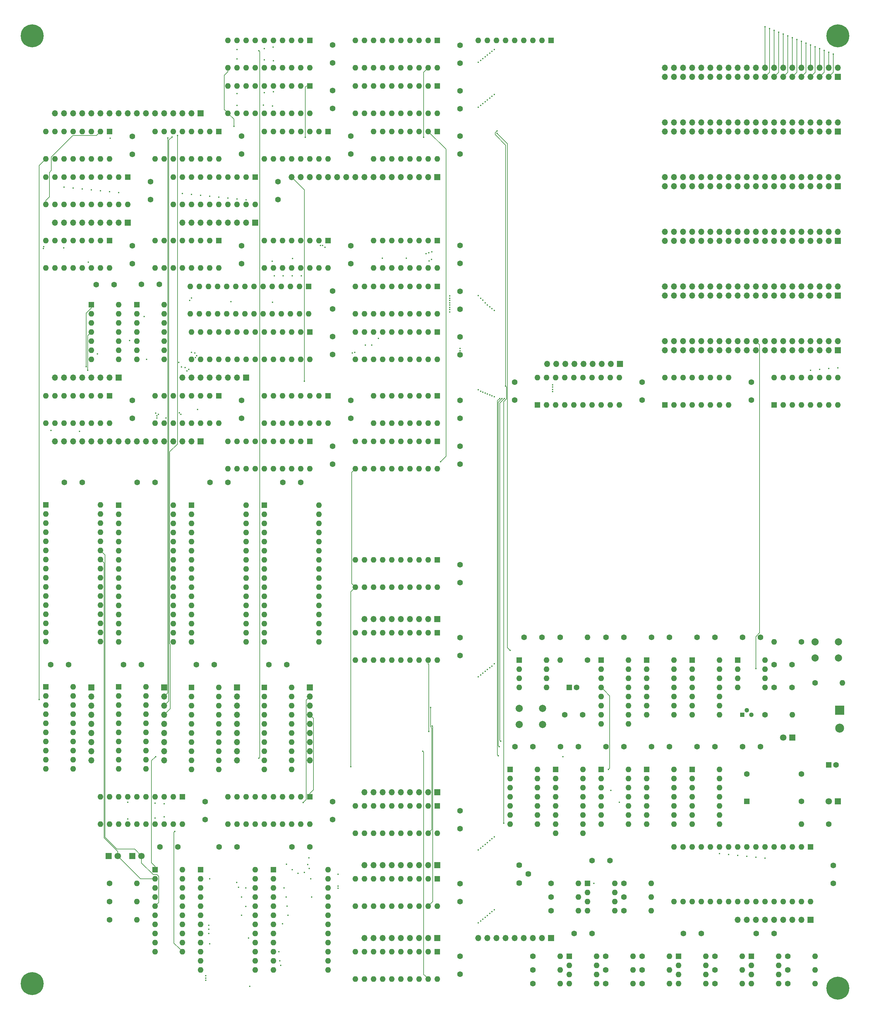
<source format=gbr>
G04 #@! TF.GenerationSoftware,KiCad,Pcbnew,(5.1.0-0)*
G04 #@! TF.CreationDate,2019-10-10T01:34:02-07:00*
G04 #@! TF.ProjectId,MainBoard,4d61696e-426f-4617-9264-2e6b69636164,rev?*
G04 #@! TF.SameCoordinates,Original*
G04 #@! TF.FileFunction,Copper,L4,Inr*
G04 #@! TF.FilePolarity,Positive*
%FSLAX46Y46*%
G04 Gerber Fmt 4.6, Leading zero omitted, Abs format (unit mm)*
G04 Created by KiCad (PCBNEW (5.1.0-0)) date 2019-10-10 01:34:02*
%MOMM*%
%LPD*%
G04 APERTURE LIST*
%ADD10O,1.600000X1.600000*%
%ADD11R,1.600000X1.600000*%
%ADD12O,1.700000X1.700000*%
%ADD13R,1.700000X1.700000*%
%ADD14C,1.600000*%
%ADD15C,2.500000*%
%ADD16R,2.500000X2.500000*%
%ADD17C,6.400000*%
%ADD18R,1.300000X1.300000*%
%ADD19C,1.300000*%
%ADD20C,2.000000*%
%ADD21C,1.620000*%
%ADD22C,1.800000*%
%ADD23R,1.800000X1.800000*%
%ADD24C,0.450000*%
%ADD25C,0.127000*%
G04 APERTURE END LIST*
D10*
X233680000Y-309880000D03*
X218440000Y-337820000D03*
X233680000Y-312420000D03*
X218440000Y-335280000D03*
X233680000Y-314960000D03*
X218440000Y-332740000D03*
X233680000Y-317500000D03*
X218440000Y-330200000D03*
X233680000Y-320040000D03*
X218440000Y-327660000D03*
X233680000Y-322580000D03*
X218440000Y-325120000D03*
X233680000Y-325120000D03*
X218440000Y-322580000D03*
X233680000Y-327660000D03*
X218440000Y-320040000D03*
X233680000Y-330200000D03*
X218440000Y-317500000D03*
X233680000Y-332740000D03*
X218440000Y-314960000D03*
X233680000Y-335280000D03*
X218440000Y-312420000D03*
X233680000Y-337820000D03*
D11*
X218440000Y-309880000D03*
D10*
X254000000Y-309880000D03*
X238760000Y-337820000D03*
X254000000Y-312420000D03*
X238760000Y-335280000D03*
X254000000Y-314960000D03*
X238760000Y-332740000D03*
X254000000Y-317500000D03*
X238760000Y-330200000D03*
X254000000Y-320040000D03*
X238760000Y-327660000D03*
X254000000Y-322580000D03*
X238760000Y-325120000D03*
X254000000Y-325120000D03*
X238760000Y-322580000D03*
X254000000Y-327660000D03*
X238760000Y-320040000D03*
X254000000Y-330200000D03*
X238760000Y-317500000D03*
X254000000Y-332740000D03*
X238760000Y-314960000D03*
X254000000Y-335280000D03*
X238760000Y-312420000D03*
X254000000Y-337820000D03*
D11*
X238760000Y-309880000D03*
D10*
X284480000Y-340360000D03*
X261620000Y-332740000D03*
X281940000Y-340360000D03*
X264160000Y-332740000D03*
X279400000Y-340360000D03*
X266700000Y-332740000D03*
X276860000Y-340360000D03*
X269240000Y-332740000D03*
X274320000Y-340360000D03*
X271780000Y-332740000D03*
X271780000Y-340360000D03*
X274320000Y-332740000D03*
X269240000Y-340360000D03*
X276860000Y-332740000D03*
X266700000Y-340360000D03*
X279400000Y-332740000D03*
X264160000Y-340360000D03*
X281940000Y-332740000D03*
X261620000Y-340360000D03*
D11*
X284480000Y-332740000D03*
D10*
X284480000Y-320040000D03*
X261620000Y-312420000D03*
X281940000Y-320040000D03*
X264160000Y-312420000D03*
X279400000Y-320040000D03*
X266700000Y-312420000D03*
X276860000Y-320040000D03*
X269240000Y-312420000D03*
X274320000Y-320040000D03*
X271780000Y-312420000D03*
X271780000Y-320040000D03*
X274320000Y-312420000D03*
X269240000Y-320040000D03*
X276860000Y-312420000D03*
X266700000Y-320040000D03*
X279400000Y-312420000D03*
X264160000Y-320040000D03*
X281940000Y-312420000D03*
X261620000Y-320040000D03*
D11*
X284480000Y-312420000D03*
D10*
X284480000Y-299720000D03*
X261620000Y-292100000D03*
X281940000Y-299720000D03*
X264160000Y-292100000D03*
X279400000Y-299720000D03*
X266700000Y-292100000D03*
X276860000Y-299720000D03*
X269240000Y-292100000D03*
X274320000Y-299720000D03*
X271780000Y-292100000D03*
X271780000Y-299720000D03*
X274320000Y-292100000D03*
X269240000Y-299720000D03*
X276860000Y-292100000D03*
X266700000Y-299720000D03*
X279400000Y-292100000D03*
X264160000Y-299720000D03*
X281940000Y-292100000D03*
X261620000Y-299720000D03*
D11*
X284480000Y-292100000D03*
D10*
X284480000Y-251460000D03*
X261620000Y-243840000D03*
X281940000Y-251460000D03*
X264160000Y-243840000D03*
X279400000Y-251460000D03*
X266700000Y-243840000D03*
X276860000Y-251460000D03*
X269240000Y-243840000D03*
X274320000Y-251460000D03*
X271780000Y-243840000D03*
X271780000Y-251460000D03*
X274320000Y-243840000D03*
X269240000Y-251460000D03*
X276860000Y-243840000D03*
X266700000Y-251460000D03*
X279400000Y-243840000D03*
X264160000Y-251460000D03*
X281940000Y-243840000D03*
X261620000Y-251460000D03*
D11*
X284480000Y-243840000D03*
D10*
X284480000Y-154940000D03*
X261620000Y-147320000D03*
X281940000Y-154940000D03*
X264160000Y-147320000D03*
X279400000Y-154940000D03*
X266700000Y-147320000D03*
X276860000Y-154940000D03*
X269240000Y-147320000D03*
X274320000Y-154940000D03*
X271780000Y-147320000D03*
X271780000Y-154940000D03*
X274320000Y-147320000D03*
X269240000Y-154940000D03*
X276860000Y-147320000D03*
X266700000Y-154940000D03*
X279400000Y-147320000D03*
X264160000Y-154940000D03*
X281940000Y-147320000D03*
X261620000Y-154940000D03*
D11*
X284480000Y-147320000D03*
D10*
X284480000Y-167640000D03*
X261620000Y-160020000D03*
X281940000Y-167640000D03*
X264160000Y-160020000D03*
X279400000Y-167640000D03*
X266700000Y-160020000D03*
X276860000Y-167640000D03*
X269240000Y-160020000D03*
X274320000Y-167640000D03*
X271780000Y-160020000D03*
X271780000Y-167640000D03*
X274320000Y-160020000D03*
X269240000Y-167640000D03*
X276860000Y-160020000D03*
X266700000Y-167640000D03*
X279400000Y-160020000D03*
X264160000Y-167640000D03*
X281940000Y-160020000D03*
X261620000Y-167640000D03*
D11*
X284480000Y-160020000D03*
D10*
X248615800Y-154940000D03*
X215595800Y-147320000D03*
X246075800Y-154940000D03*
X218135800Y-147320000D03*
X243535800Y-154940000D03*
X220675800Y-147320000D03*
X240995800Y-154940000D03*
X223215800Y-147320000D03*
X238455800Y-154940000D03*
X225755800Y-147320000D03*
X235915800Y-154940000D03*
X228295800Y-147320000D03*
X233375800Y-154940000D03*
X230835800Y-147320000D03*
X230835800Y-154940000D03*
X233375800Y-147320000D03*
X228295800Y-154940000D03*
X235915800Y-147320000D03*
X225755800Y-154940000D03*
X238455800Y-147320000D03*
X223215800Y-154940000D03*
X240995800Y-147320000D03*
X220675800Y-154940000D03*
X243535800Y-147320000D03*
X218135800Y-154940000D03*
X246075800Y-147320000D03*
X215595800Y-154940000D03*
D11*
X248615800Y-147320000D03*
D10*
X248920000Y-167640000D03*
X215900000Y-160020000D03*
X246380000Y-167640000D03*
X218440000Y-160020000D03*
X243840000Y-167640000D03*
X220980000Y-160020000D03*
X241300000Y-167640000D03*
X223520000Y-160020000D03*
X238760000Y-167640000D03*
X226060000Y-160020000D03*
X236220000Y-167640000D03*
X228600000Y-160020000D03*
X233680000Y-167640000D03*
X231140000Y-160020000D03*
X231140000Y-167640000D03*
X233680000Y-160020000D03*
X228600000Y-167640000D03*
X236220000Y-160020000D03*
X226060000Y-167640000D03*
X238760000Y-160020000D03*
X223520000Y-167640000D03*
X241300000Y-160020000D03*
X220980000Y-167640000D03*
X243840000Y-160020000D03*
X218440000Y-167640000D03*
X246380000Y-160020000D03*
X215900000Y-167640000D03*
D11*
X248920000Y-160020000D03*
D10*
X284480000Y-99060000D03*
X261620000Y-91440000D03*
X281940000Y-99060000D03*
X264160000Y-91440000D03*
X279400000Y-99060000D03*
X266700000Y-91440000D03*
X276860000Y-99060000D03*
X269240000Y-91440000D03*
X274320000Y-99060000D03*
X271780000Y-91440000D03*
X271780000Y-99060000D03*
X274320000Y-91440000D03*
X269240000Y-99060000D03*
X276860000Y-91440000D03*
X266700000Y-99060000D03*
X279400000Y-91440000D03*
X264160000Y-99060000D03*
X281940000Y-91440000D03*
X261620000Y-99060000D03*
D11*
X284480000Y-91440000D03*
D10*
X284480000Y-86360000D03*
X261620000Y-78740000D03*
X281940000Y-86360000D03*
X264160000Y-78740000D03*
X279400000Y-86360000D03*
X266700000Y-78740000D03*
X276860000Y-86360000D03*
X269240000Y-78740000D03*
X274320000Y-86360000D03*
X271780000Y-78740000D03*
X271780000Y-86360000D03*
X274320000Y-78740000D03*
X269240000Y-86360000D03*
X276860000Y-78740000D03*
X266700000Y-86360000D03*
X279400000Y-78740000D03*
X264160000Y-86360000D03*
X281940000Y-78740000D03*
X261620000Y-86360000D03*
D11*
X284480000Y-78740000D03*
D12*
X248920000Y-279400000D03*
X248920000Y-276860000D03*
X248920000Y-274320000D03*
X248920000Y-271780000D03*
X248920000Y-269240000D03*
X248920000Y-266700000D03*
X248920000Y-264160000D03*
X248920000Y-261620000D03*
D13*
X248920000Y-259080000D03*
D12*
X228600000Y-279400000D03*
X228600000Y-276860000D03*
X228600000Y-274320000D03*
X228600000Y-271780000D03*
X228600000Y-269240000D03*
X228600000Y-266700000D03*
X228600000Y-264160000D03*
X228600000Y-261620000D03*
D13*
X228600000Y-259080000D03*
D12*
X208280000Y-279400000D03*
X208280000Y-276860000D03*
X208280000Y-274320000D03*
X208280000Y-271780000D03*
X208280000Y-269240000D03*
X208280000Y-266700000D03*
X208280000Y-264160000D03*
X208280000Y-261620000D03*
D13*
X208280000Y-259080000D03*
D12*
X187960000Y-279400000D03*
X187960000Y-276860000D03*
X187960000Y-274320000D03*
X187960000Y-271780000D03*
X187960000Y-269240000D03*
X187960000Y-266700000D03*
X187960000Y-264160000D03*
X187960000Y-261620000D03*
D13*
X187960000Y-259080000D03*
D10*
X203200000Y-258922000D03*
X195580000Y-281782000D03*
X203200000Y-261462000D03*
X195580000Y-279242000D03*
X203200000Y-264002000D03*
X195580000Y-276702000D03*
X203200000Y-266542000D03*
X195580000Y-274162000D03*
X203200000Y-269082000D03*
X195580000Y-271622000D03*
X203200000Y-271622000D03*
X195580000Y-269082000D03*
X203200000Y-274162000D03*
X195580000Y-266542000D03*
X203200000Y-276702000D03*
X195580000Y-264002000D03*
X203200000Y-279242000D03*
X195580000Y-261462000D03*
X203200000Y-281782000D03*
D11*
X195580000Y-258922000D03*
D10*
X182880000Y-258922000D03*
X175260000Y-281782000D03*
X182880000Y-261462000D03*
X175260000Y-279242000D03*
X182880000Y-264002000D03*
X175260000Y-276702000D03*
X182880000Y-266542000D03*
X175260000Y-274162000D03*
X182880000Y-269082000D03*
X175260000Y-271622000D03*
X182880000Y-271622000D03*
X175260000Y-269082000D03*
X182880000Y-274162000D03*
X175260000Y-266542000D03*
X182880000Y-276702000D03*
X175260000Y-264002000D03*
X182880000Y-279242000D03*
X175260000Y-261462000D03*
X182880000Y-281782000D03*
D11*
X175260000Y-258922000D03*
D10*
X210820000Y-208280000D03*
X195580000Y-246380000D03*
X210820000Y-210820000D03*
X195580000Y-243840000D03*
X210820000Y-213360000D03*
X195580000Y-241300000D03*
X210820000Y-215900000D03*
X195580000Y-238760000D03*
X210820000Y-218440000D03*
X195580000Y-236220000D03*
X210820000Y-220980000D03*
X195580000Y-233680000D03*
X210820000Y-223520000D03*
X195580000Y-231140000D03*
X210820000Y-226060000D03*
X195580000Y-228600000D03*
X210820000Y-228600000D03*
X195580000Y-226060000D03*
X210820000Y-231140000D03*
X195580000Y-223520000D03*
X210820000Y-233680000D03*
X195580000Y-220980000D03*
X210820000Y-236220000D03*
X195580000Y-218440000D03*
X210820000Y-238760000D03*
X195580000Y-215900000D03*
X210820000Y-241300000D03*
X195580000Y-213360000D03*
X210820000Y-243840000D03*
X195580000Y-210820000D03*
X210820000Y-246380000D03*
D11*
X195580000Y-208280000D03*
D10*
X190500000Y-208172000D03*
X175260000Y-246272000D03*
X190500000Y-210712000D03*
X175260000Y-243732000D03*
X190500000Y-213252000D03*
X175260000Y-241192000D03*
X190500000Y-215792000D03*
X175260000Y-238652000D03*
X190500000Y-218332000D03*
X175260000Y-236112000D03*
X190500000Y-220872000D03*
X175260000Y-233572000D03*
X190500000Y-223412000D03*
X175260000Y-231032000D03*
X190500000Y-225952000D03*
X175260000Y-228492000D03*
X190500000Y-228492000D03*
X175260000Y-225952000D03*
X190500000Y-231032000D03*
X175260000Y-223412000D03*
X190500000Y-233572000D03*
X175260000Y-220872000D03*
X190500000Y-236112000D03*
X175260000Y-218332000D03*
X190500000Y-238652000D03*
X175260000Y-215792000D03*
X190500000Y-241192000D03*
X175260000Y-213252000D03*
X190500000Y-243732000D03*
X175260000Y-210712000D03*
X190500000Y-246272000D03*
D11*
X175260000Y-208172000D03*
D14*
X180420000Y-201930000D03*
X185420000Y-201930000D03*
X196930000Y-252730000D03*
X201930000Y-252730000D03*
X176610000Y-252730000D03*
X181610000Y-252730000D03*
X200740000Y-201930000D03*
X205740000Y-201930000D03*
D10*
X378460000Y-172720000D03*
X396240000Y-180340000D03*
X381000000Y-172720000D03*
X393700000Y-180340000D03*
X383540000Y-172720000D03*
X391160000Y-180340000D03*
X386080000Y-172720000D03*
X388620000Y-180340000D03*
X388620000Y-172720000D03*
X386080000Y-180340000D03*
X391160000Y-172720000D03*
X383540000Y-180340000D03*
X393700000Y-172720000D03*
X381000000Y-180340000D03*
X396240000Y-172720000D03*
D11*
X378460000Y-180340000D03*
D15*
X396748000Y-270430000D03*
D16*
X396748000Y-265430000D03*
D17*
X396240000Y-342900000D03*
X396240000Y-77470000D03*
X171450000Y-341630000D03*
X171450000Y-77470000D03*
D10*
X208280000Y-152400000D03*
X200660000Y-167640000D03*
X208280000Y-154940000D03*
X200660000Y-165100000D03*
X208280000Y-157480000D03*
X200660000Y-162560000D03*
X208280000Y-160020000D03*
X200660000Y-160020000D03*
X208280000Y-162560000D03*
X200660000Y-157480000D03*
X208280000Y-165100000D03*
X200660000Y-154940000D03*
X208280000Y-167640000D03*
D11*
X200660000Y-152400000D03*
D10*
X195580000Y-152400000D03*
X187960000Y-167640000D03*
X195580000Y-154940000D03*
X187960000Y-165100000D03*
X195580000Y-157480000D03*
X187960000Y-162560000D03*
X195580000Y-160020000D03*
X187960000Y-160020000D03*
X195580000Y-162560000D03*
X187960000Y-157480000D03*
X195580000Y-165100000D03*
X187960000Y-154940000D03*
X195580000Y-167640000D03*
D11*
X187960000Y-152400000D03*
D14*
X290830000Y-148670000D03*
X290830000Y-153670000D03*
X372110000Y-178990000D03*
X372110000Y-173990000D03*
D12*
X347980000Y-116840000D03*
X347980000Y-119380000D03*
X350520000Y-116840000D03*
X350520000Y-119380000D03*
X353060000Y-116840000D03*
X353060000Y-119380000D03*
X355600000Y-116840000D03*
X355600000Y-119380000D03*
X358140000Y-116840000D03*
X358140000Y-119380000D03*
X360680000Y-116840000D03*
X360680000Y-119380000D03*
X363220000Y-116840000D03*
X363220000Y-119380000D03*
X365760000Y-116840000D03*
X365760000Y-119380000D03*
X368300000Y-116840000D03*
X368300000Y-119380000D03*
X370840000Y-116840000D03*
X370840000Y-119380000D03*
X373380000Y-116840000D03*
X373380000Y-119380000D03*
X375920000Y-116840000D03*
X375920000Y-119380000D03*
X378460000Y-116840000D03*
X378460000Y-119380000D03*
X381000000Y-116840000D03*
X381000000Y-119380000D03*
X383540000Y-116840000D03*
X383540000Y-119380000D03*
X386080000Y-116840000D03*
X386080000Y-119380000D03*
X388620000Y-116840000D03*
X388620000Y-119380000D03*
X391160000Y-116840000D03*
X391160000Y-119380000D03*
X393700000Y-116840000D03*
X393700000Y-119380000D03*
X396240000Y-116840000D03*
D13*
X396240000Y-119380000D03*
D12*
X347980000Y-147320000D03*
X347980000Y-149860000D03*
X350520000Y-147320000D03*
X350520000Y-149860000D03*
X353060000Y-147320000D03*
X353060000Y-149860000D03*
X355600000Y-147320000D03*
X355600000Y-149860000D03*
X358140000Y-147320000D03*
X358140000Y-149860000D03*
X360680000Y-147320000D03*
X360680000Y-149860000D03*
X363220000Y-147320000D03*
X363220000Y-149860000D03*
X365760000Y-147320000D03*
X365760000Y-149860000D03*
X368300000Y-147320000D03*
X368300000Y-149860000D03*
X370840000Y-147320000D03*
X370840000Y-149860000D03*
X373380000Y-147320000D03*
X373380000Y-149860000D03*
X375920000Y-147320000D03*
X375920000Y-149860000D03*
X378460000Y-147320000D03*
X378460000Y-149860000D03*
X381000000Y-147320000D03*
X381000000Y-149860000D03*
X383540000Y-147320000D03*
X383540000Y-149860000D03*
X386080000Y-147320000D03*
X386080000Y-149860000D03*
X388620000Y-147320000D03*
X388620000Y-149860000D03*
X391160000Y-147320000D03*
X391160000Y-149860000D03*
X393700000Y-147320000D03*
X393700000Y-149860000D03*
X396240000Y-147320000D03*
D13*
X396240000Y-149860000D03*
D12*
X347980000Y-86360000D03*
X347980000Y-88900000D03*
X350520000Y-86360000D03*
X350520000Y-88900000D03*
X353060000Y-86360000D03*
X353060000Y-88900000D03*
X355600000Y-86360000D03*
X355600000Y-88900000D03*
X358140000Y-86360000D03*
X358140000Y-88900000D03*
X360680000Y-86360000D03*
X360680000Y-88900000D03*
X363220000Y-86360000D03*
X363220000Y-88900000D03*
X365760000Y-86360000D03*
X365760000Y-88900000D03*
X368300000Y-86360000D03*
X368300000Y-88900000D03*
X370840000Y-86360000D03*
X370840000Y-88900000D03*
X373380000Y-86360000D03*
X373380000Y-88900000D03*
X375920000Y-86360000D03*
X375920000Y-88900000D03*
X378460000Y-86360000D03*
X378460000Y-88900000D03*
X381000000Y-86360000D03*
X381000000Y-88900000D03*
X383540000Y-86360000D03*
X383540000Y-88900000D03*
X386080000Y-86360000D03*
X386080000Y-88900000D03*
X388620000Y-86360000D03*
X388620000Y-88900000D03*
X391160000Y-86360000D03*
X391160000Y-88900000D03*
X393700000Y-86360000D03*
X393700000Y-88900000D03*
X396240000Y-86360000D03*
D13*
X396240000Y-88900000D03*
D12*
X347980000Y-162560000D03*
X347980000Y-165100000D03*
X350520000Y-162560000D03*
X350520000Y-165100000D03*
X353060000Y-162560000D03*
X353060000Y-165100000D03*
X355600000Y-162560000D03*
X355600000Y-165100000D03*
X358140000Y-162560000D03*
X358140000Y-165100000D03*
X360680000Y-162560000D03*
X360680000Y-165100000D03*
X363220000Y-162560000D03*
X363220000Y-165100000D03*
X365760000Y-162560000D03*
X365760000Y-165100000D03*
X368300000Y-162560000D03*
X368300000Y-165100000D03*
X370840000Y-162560000D03*
X370840000Y-165100000D03*
X373380000Y-162560000D03*
X373380000Y-165100000D03*
X375920000Y-162560000D03*
X375920000Y-165100000D03*
X378460000Y-162560000D03*
X378460000Y-165100000D03*
X381000000Y-162560000D03*
X381000000Y-165100000D03*
X383540000Y-162560000D03*
X383540000Y-165100000D03*
X386080000Y-162560000D03*
X386080000Y-165100000D03*
X388620000Y-162560000D03*
X388620000Y-165100000D03*
X391160000Y-162560000D03*
X391160000Y-165100000D03*
X393700000Y-162560000D03*
X393700000Y-165100000D03*
X396240000Y-162560000D03*
D13*
X396240000Y-165100000D03*
D12*
X347980000Y-132080000D03*
X347980000Y-134620000D03*
X350520000Y-132080000D03*
X350520000Y-134620000D03*
X353060000Y-132080000D03*
X353060000Y-134620000D03*
X355600000Y-132080000D03*
X355600000Y-134620000D03*
X358140000Y-132080000D03*
X358140000Y-134620000D03*
X360680000Y-132080000D03*
X360680000Y-134620000D03*
X363220000Y-132080000D03*
X363220000Y-134620000D03*
X365760000Y-132080000D03*
X365760000Y-134620000D03*
X368300000Y-132080000D03*
X368300000Y-134620000D03*
X370840000Y-132080000D03*
X370840000Y-134620000D03*
X373380000Y-132080000D03*
X373380000Y-134620000D03*
X375920000Y-132080000D03*
X375920000Y-134620000D03*
X378460000Y-132080000D03*
X378460000Y-134620000D03*
X381000000Y-132080000D03*
X381000000Y-134620000D03*
X383540000Y-132080000D03*
X383540000Y-134620000D03*
X386080000Y-132080000D03*
X386080000Y-134620000D03*
X388620000Y-132080000D03*
X388620000Y-134620000D03*
X391160000Y-132080000D03*
X391160000Y-134620000D03*
X393700000Y-132080000D03*
X393700000Y-134620000D03*
X396240000Y-132080000D03*
D13*
X396240000Y-134620000D03*
D12*
X347980000Y-101600000D03*
X347980000Y-104140000D03*
X350520000Y-101600000D03*
X350520000Y-104140000D03*
X353060000Y-101600000D03*
X353060000Y-104140000D03*
X355600000Y-101600000D03*
X355600000Y-104140000D03*
X358140000Y-101600000D03*
X358140000Y-104140000D03*
X360680000Y-101600000D03*
X360680000Y-104140000D03*
X363220000Y-101600000D03*
X363220000Y-104140000D03*
X365760000Y-101600000D03*
X365760000Y-104140000D03*
X368300000Y-101600000D03*
X368300000Y-104140000D03*
X370840000Y-101600000D03*
X370840000Y-104140000D03*
X373380000Y-101600000D03*
X373380000Y-104140000D03*
X375920000Y-101600000D03*
X375920000Y-104140000D03*
X378460000Y-101600000D03*
X378460000Y-104140000D03*
X381000000Y-101600000D03*
X381000000Y-104140000D03*
X383540000Y-101600000D03*
X383540000Y-104140000D03*
X386080000Y-101600000D03*
X386080000Y-104140000D03*
X388620000Y-101600000D03*
X388620000Y-104140000D03*
X391160000Y-101600000D03*
X391160000Y-104140000D03*
X393700000Y-101600000D03*
X393700000Y-104140000D03*
X396240000Y-101600000D03*
D13*
X396240000Y-104140000D03*
D10*
X243835800Y-259080000D03*
X236215800Y-281940000D03*
X243835800Y-261620000D03*
X236215800Y-279400000D03*
X243835800Y-264160000D03*
X236215800Y-276860000D03*
X243835800Y-266700000D03*
X236215800Y-274320000D03*
X243835800Y-269240000D03*
X236215800Y-271780000D03*
X243835800Y-271780000D03*
X236215800Y-269240000D03*
X243835800Y-274320000D03*
X236215800Y-266700000D03*
X243835800Y-276860000D03*
X236215800Y-264160000D03*
X243835800Y-279400000D03*
X236215800Y-261620000D03*
X243835800Y-281940000D03*
D11*
X236215800Y-259080000D03*
D14*
X369650000Y-245110000D03*
X374650000Y-245110000D03*
X386080000Y-290830000D03*
X386080000Y-283210000D03*
X370840000Y-283210000D03*
D11*
X370840000Y-290830000D03*
D10*
X383540000Y-266700000D03*
D14*
X375920000Y-266700000D03*
D10*
X378460000Y-246380000D03*
D14*
X386080000Y-246380000D03*
D10*
X397510000Y-257810000D03*
D14*
X389890000Y-257810000D03*
X383460000Y-252730000D03*
X378460000Y-252730000D03*
X383460000Y-259080000D03*
X378460000Y-259080000D03*
D10*
X318770000Y-251460000D03*
D14*
X326390000Y-251460000D03*
D10*
X326390000Y-245110000D03*
D14*
X318770000Y-245110000D03*
X325040000Y-266700000D03*
X320040000Y-266700000D03*
X323310000Y-259080000D03*
D11*
X321310000Y-259080000D03*
D10*
X251460000Y-208280000D03*
X236220000Y-246380000D03*
X251460000Y-210820000D03*
X236220000Y-243840000D03*
X251460000Y-213360000D03*
X236220000Y-241300000D03*
X251460000Y-215900000D03*
X236220000Y-238760000D03*
X251460000Y-218440000D03*
X236220000Y-236220000D03*
X251460000Y-220980000D03*
X236220000Y-233680000D03*
X251460000Y-223520000D03*
X236220000Y-231140000D03*
X251460000Y-226060000D03*
X236220000Y-228600000D03*
X251460000Y-228600000D03*
X236220000Y-226060000D03*
X251460000Y-231140000D03*
X236220000Y-223520000D03*
X251460000Y-233680000D03*
X236220000Y-220980000D03*
X251460000Y-236220000D03*
X236220000Y-218440000D03*
X251460000Y-238760000D03*
X236220000Y-215900000D03*
X251460000Y-241300000D03*
X236220000Y-213360000D03*
X251460000Y-243840000D03*
X236220000Y-210820000D03*
X251460000Y-246380000D03*
D11*
X236220000Y-208280000D03*
D10*
X248920000Y-86360000D03*
X226060000Y-78740000D03*
X246380000Y-86360000D03*
X228600000Y-78740000D03*
X243840000Y-86360000D03*
X231140000Y-78740000D03*
X241300000Y-86360000D03*
X233680000Y-78740000D03*
X238760000Y-86360000D03*
X236220000Y-78740000D03*
X236220000Y-86360000D03*
X238760000Y-78740000D03*
X233680000Y-86360000D03*
X241300000Y-78740000D03*
X231140000Y-86360000D03*
X243840000Y-78740000D03*
X228600000Y-86360000D03*
X246380000Y-78740000D03*
X226060000Y-86360000D03*
D11*
X248920000Y-78740000D03*
D12*
X177800000Y-172720000D03*
X180340000Y-172720000D03*
X182880000Y-172720000D03*
X185420000Y-172720000D03*
X187960000Y-172720000D03*
X190500000Y-172720000D03*
X193040000Y-172720000D03*
D13*
X195580000Y-172720000D03*
D12*
X213360000Y-172720000D03*
X215900000Y-172720000D03*
X218440000Y-172720000D03*
X220980000Y-172720000D03*
X223520000Y-172720000D03*
X226060000Y-172720000D03*
X228600000Y-172720000D03*
D13*
X231140000Y-172720000D03*
D12*
X177800000Y-129540000D03*
X180340000Y-129540000D03*
X182880000Y-129540000D03*
X185420000Y-129540000D03*
X187960000Y-129540000D03*
X190500000Y-129540000D03*
X193040000Y-129540000D03*
X195580000Y-129540000D03*
D13*
X198120000Y-129540000D03*
D12*
X213360000Y-129540000D03*
X215900000Y-129540000D03*
X218440000Y-129540000D03*
X220980000Y-129540000D03*
X223520000Y-129540000D03*
X226060000Y-129540000D03*
X228600000Y-129540000D03*
X231140000Y-129540000D03*
D13*
X233680000Y-129540000D03*
D10*
X213360000Y-309880000D03*
X205740000Y-332740000D03*
X213360000Y-312420000D03*
X205740000Y-330200000D03*
X213360000Y-314960000D03*
X205740000Y-327660000D03*
X213360000Y-317500000D03*
X205740000Y-325120000D03*
X213360000Y-320040000D03*
X205740000Y-322580000D03*
X213360000Y-322580000D03*
X205740000Y-320040000D03*
X213360000Y-325120000D03*
X205740000Y-317500000D03*
X213360000Y-327660000D03*
X205740000Y-314960000D03*
X213360000Y-330200000D03*
X205740000Y-312420000D03*
X213360000Y-332740000D03*
D11*
X205740000Y-309880000D03*
D10*
X248920000Y-297180000D03*
X226060000Y-289560000D03*
X246380000Y-297180000D03*
X228600000Y-289560000D03*
X243840000Y-297180000D03*
X231140000Y-289560000D03*
X241300000Y-297180000D03*
X233680000Y-289560000D03*
X238760000Y-297180000D03*
X236220000Y-289560000D03*
X236220000Y-297180000D03*
X238760000Y-289560000D03*
X233680000Y-297180000D03*
X241300000Y-289560000D03*
X231140000Y-297180000D03*
X243840000Y-289560000D03*
X228600000Y-297180000D03*
X246380000Y-289560000D03*
X226060000Y-297180000D03*
D11*
X248920000Y-289560000D03*
D10*
X213360000Y-297180000D03*
X190500000Y-289560000D03*
X210820000Y-297180000D03*
X193040000Y-289560000D03*
X208280000Y-297180000D03*
X195580000Y-289560000D03*
X205740000Y-297180000D03*
X198120000Y-289560000D03*
X203200000Y-297180000D03*
X200660000Y-289560000D03*
X200660000Y-297180000D03*
X203200000Y-289560000D03*
X198120000Y-297180000D03*
X205740000Y-289560000D03*
X195580000Y-297180000D03*
X208280000Y-289560000D03*
X193040000Y-297180000D03*
X210820000Y-289560000D03*
X190500000Y-297180000D03*
D11*
X213360000Y-289560000D03*
D10*
X337820000Y-251460000D03*
X330200000Y-269240000D03*
X337820000Y-254000000D03*
X330200000Y-266700000D03*
X337820000Y-256540000D03*
X330200000Y-264160000D03*
X337820000Y-259080000D03*
X330200000Y-261620000D03*
X337820000Y-261620000D03*
X330200000Y-259080000D03*
X337820000Y-264160000D03*
X330200000Y-256540000D03*
X337820000Y-266700000D03*
X330200000Y-254000000D03*
X337820000Y-269240000D03*
D11*
X330200000Y-251460000D03*
D10*
X350520000Y-251460000D03*
X342900000Y-266700000D03*
X350520000Y-254000000D03*
X342900000Y-264160000D03*
X350520000Y-256540000D03*
X342900000Y-261620000D03*
X350520000Y-259080000D03*
X342900000Y-259080000D03*
X350520000Y-261620000D03*
X342900000Y-256540000D03*
X350520000Y-264160000D03*
X342900000Y-254000000D03*
X350520000Y-266700000D03*
D11*
X342900000Y-251460000D03*
D10*
X363220000Y-251460000D03*
X355600000Y-266700000D03*
X363220000Y-254000000D03*
X355600000Y-264160000D03*
X363220000Y-256540000D03*
X355600000Y-261620000D03*
X363220000Y-259080000D03*
X355600000Y-259080000D03*
X363220000Y-261620000D03*
X355600000Y-256540000D03*
X363220000Y-264160000D03*
X355600000Y-254000000D03*
X363220000Y-266700000D03*
D11*
X355600000Y-251460000D03*
D18*
X369570000Y-266700000D03*
D19*
X372110000Y-266700000D03*
X370840000Y-265430000D03*
D10*
X375920000Y-251460000D03*
X368300000Y-259080000D03*
X375920000Y-254000000D03*
X368300000Y-256540000D03*
X375920000Y-256540000D03*
X368300000Y-254000000D03*
X375920000Y-259080000D03*
D11*
X368300000Y-251460000D03*
D10*
X337820000Y-281940000D03*
X330200000Y-297180000D03*
X337820000Y-284480000D03*
X330200000Y-294640000D03*
X337820000Y-287020000D03*
X330200000Y-292100000D03*
X337820000Y-289560000D03*
X330200000Y-289560000D03*
X337820000Y-292100000D03*
X330200000Y-287020000D03*
X337820000Y-294640000D03*
X330200000Y-284480000D03*
X337820000Y-297180000D03*
D11*
X330200000Y-281940000D03*
D10*
X350520000Y-281940000D03*
X342900000Y-297180000D03*
X350520000Y-284480000D03*
X342900000Y-294640000D03*
X350520000Y-287020000D03*
X342900000Y-292100000D03*
X350520000Y-289560000D03*
X342900000Y-289560000D03*
X350520000Y-292100000D03*
X342900000Y-287020000D03*
X350520000Y-294640000D03*
X342900000Y-284480000D03*
X350520000Y-297180000D03*
D11*
X342900000Y-281940000D03*
D10*
X325120000Y-281940000D03*
X317500000Y-299720000D03*
X325120000Y-284480000D03*
X317500000Y-297180000D03*
X325120000Y-287020000D03*
X317500000Y-294640000D03*
X325120000Y-289560000D03*
X317500000Y-292100000D03*
X325120000Y-292100000D03*
X317500000Y-289560000D03*
X325120000Y-294640000D03*
X317500000Y-287020000D03*
X325120000Y-297180000D03*
X317500000Y-284480000D03*
X325120000Y-299720000D03*
D11*
X317500000Y-281940000D03*
D10*
X363220000Y-281940000D03*
X355600000Y-297180000D03*
X363220000Y-284480000D03*
X355600000Y-294640000D03*
X363220000Y-287020000D03*
X355600000Y-292100000D03*
X363220000Y-289560000D03*
X355600000Y-289560000D03*
X363220000Y-292100000D03*
X355600000Y-287020000D03*
X363220000Y-294640000D03*
X355600000Y-284480000D03*
X363220000Y-297180000D03*
D11*
X355600000Y-281940000D03*
D10*
X314960000Y-251460000D03*
X307340000Y-259080000D03*
X314960000Y-254000000D03*
X307340000Y-256540000D03*
X314960000Y-256540000D03*
X307340000Y-254000000D03*
X314960000Y-259080000D03*
D11*
X307340000Y-251460000D03*
D10*
X312420000Y-281940000D03*
X304800000Y-297180000D03*
X312420000Y-284480000D03*
X304800000Y-294640000D03*
X312420000Y-287020000D03*
X304800000Y-292100000D03*
X312420000Y-289560000D03*
X304800000Y-289560000D03*
X312420000Y-292100000D03*
X304800000Y-287020000D03*
X312420000Y-294640000D03*
X304800000Y-284480000D03*
X312420000Y-297180000D03*
D11*
X304800000Y-281940000D03*
D10*
X379730000Y-334010000D03*
X372110000Y-341630000D03*
X379730000Y-336550000D03*
X372110000Y-339090000D03*
X379730000Y-339090000D03*
X372110000Y-336550000D03*
X379730000Y-341630000D03*
D11*
X372110000Y-334010000D03*
D10*
X359410000Y-334010000D03*
X351790000Y-341630000D03*
X359410000Y-336550000D03*
X351790000Y-339090000D03*
X359410000Y-339090000D03*
X351790000Y-336550000D03*
X359410000Y-341630000D03*
D11*
X351790000Y-334010000D03*
D10*
X388616200Y-318768200D03*
X350516200Y-303528200D03*
X386076200Y-318768200D03*
X353056200Y-303528200D03*
X383536200Y-318768200D03*
X355596200Y-303528200D03*
X380996200Y-318768200D03*
X358136200Y-303528200D03*
X378456200Y-318768200D03*
X360676200Y-303528200D03*
X375916200Y-318768200D03*
X363216200Y-303528200D03*
X373376200Y-318768200D03*
X365756200Y-303528200D03*
X370836200Y-318768200D03*
X368296200Y-303528200D03*
X368296200Y-318768200D03*
X370836200Y-303528200D03*
X365756200Y-318768200D03*
X373376200Y-303528200D03*
X363216200Y-318768200D03*
X375916200Y-303528200D03*
X360676200Y-318768200D03*
X378456200Y-303528200D03*
X358136200Y-318768200D03*
X380996200Y-303528200D03*
X355596200Y-318768200D03*
X383536200Y-303528200D03*
X353056200Y-318768200D03*
X386076200Y-303528200D03*
X350516200Y-318768200D03*
D11*
X388616200Y-303528200D03*
D10*
X328930000Y-334010000D03*
X321310000Y-341630000D03*
X328930000Y-336550000D03*
X321310000Y-339090000D03*
X328930000Y-339090000D03*
X321310000Y-336550000D03*
X328930000Y-341630000D03*
D11*
X321310000Y-334010000D03*
D10*
X334010000Y-313690000D03*
X326390000Y-321310000D03*
X334010000Y-316230000D03*
X326390000Y-318770000D03*
X334010000Y-318770000D03*
X326390000Y-316230000D03*
X334010000Y-321310000D03*
D11*
X326390000Y-313690000D03*
D10*
X284489000Y-231135800D03*
X261629000Y-223515800D03*
X281949000Y-231135800D03*
X264169000Y-223515800D03*
X279409000Y-231135800D03*
X266709000Y-223515800D03*
X276869000Y-231135800D03*
X269249000Y-223515800D03*
X274329000Y-231135800D03*
X271789000Y-223515800D03*
X271789000Y-231135800D03*
X274329000Y-223515800D03*
X269249000Y-231135800D03*
X276869000Y-223515800D03*
X266709000Y-231135800D03*
X279409000Y-223515800D03*
X264169000Y-231135800D03*
X281949000Y-223515800D03*
X261629000Y-231135800D03*
D11*
X284489000Y-223515800D03*
D10*
X223515800Y-259071000D03*
X215895800Y-281931000D03*
X223515800Y-261611000D03*
X215895800Y-279391000D03*
X223515800Y-264151000D03*
X215895800Y-276851000D03*
X223515800Y-266691000D03*
X215895800Y-274311000D03*
X223515800Y-269231000D03*
X215895800Y-271771000D03*
X223515800Y-271771000D03*
X215895800Y-269231000D03*
X223515800Y-274311000D03*
X215895800Y-266691000D03*
X223515800Y-276851000D03*
X215895800Y-264151000D03*
X223515800Y-279391000D03*
X215895800Y-261611000D03*
X223515800Y-281931000D03*
D11*
X215895800Y-259071000D03*
D10*
X231140000Y-208280000D03*
X215900000Y-246380000D03*
X231140000Y-210820000D03*
X215900000Y-243840000D03*
X231140000Y-213360000D03*
X215900000Y-241300000D03*
X231140000Y-215900000D03*
X215900000Y-238760000D03*
X231140000Y-218440000D03*
X215900000Y-236220000D03*
X231140000Y-220980000D03*
X215900000Y-233680000D03*
X231140000Y-223520000D03*
X215900000Y-231140000D03*
X231140000Y-226060000D03*
X215900000Y-228600000D03*
X231140000Y-228600000D03*
X215900000Y-226060000D03*
X231140000Y-231140000D03*
X215900000Y-223520000D03*
X231140000Y-233680000D03*
X215900000Y-220980000D03*
X231140000Y-236220000D03*
X215900000Y-218440000D03*
X231140000Y-238760000D03*
X215900000Y-215900000D03*
X231140000Y-241300000D03*
X215900000Y-213360000D03*
X231140000Y-243840000D03*
X215900000Y-210820000D03*
X231140000Y-246380000D03*
D11*
X215900000Y-208280000D03*
D10*
X248920000Y-198120000D03*
X226060000Y-190500000D03*
X246380000Y-198120000D03*
X228600000Y-190500000D03*
X243840000Y-198120000D03*
X231140000Y-190500000D03*
X241300000Y-198120000D03*
X233680000Y-190500000D03*
X238760000Y-198120000D03*
X236220000Y-190500000D03*
X236220000Y-198120000D03*
X238760000Y-190500000D03*
X233680000Y-198120000D03*
X241300000Y-190500000D03*
X231140000Y-198120000D03*
X243840000Y-190500000D03*
X228600000Y-198120000D03*
X246380000Y-190500000D03*
X226060000Y-198120000D03*
D11*
X248920000Y-190500000D03*
D10*
X193040000Y-185420000D03*
X175260000Y-177800000D03*
X190500000Y-185420000D03*
X177800000Y-177800000D03*
X187960000Y-185420000D03*
X180340000Y-177800000D03*
X185420000Y-185420000D03*
X182880000Y-177800000D03*
X182880000Y-185420000D03*
X185420000Y-177800000D03*
X180340000Y-185420000D03*
X187960000Y-177800000D03*
X177800000Y-185420000D03*
X190500000Y-177800000D03*
X175260000Y-185420000D03*
D11*
X193040000Y-177800000D03*
D10*
X223520000Y-185420000D03*
X205740000Y-177800000D03*
X220980000Y-185420000D03*
X208280000Y-177800000D03*
X218440000Y-185420000D03*
X210820000Y-177800000D03*
X215900000Y-185420000D03*
X213360000Y-177800000D03*
X213360000Y-185420000D03*
X215900000Y-177800000D03*
X210820000Y-185420000D03*
X218440000Y-177800000D03*
X208280000Y-185420000D03*
X220980000Y-177800000D03*
X205740000Y-185420000D03*
D11*
X223520000Y-177800000D03*
D10*
X284480000Y-198120000D03*
X261620000Y-190500000D03*
X281940000Y-198120000D03*
X264160000Y-190500000D03*
X279400000Y-198120000D03*
X266700000Y-190500000D03*
X276860000Y-198120000D03*
X269240000Y-190500000D03*
X274320000Y-198120000D03*
X271780000Y-190500000D03*
X271780000Y-198120000D03*
X274320000Y-190500000D03*
X269240000Y-198120000D03*
X276860000Y-190500000D03*
X266700000Y-198120000D03*
X279400000Y-190500000D03*
X264160000Y-198120000D03*
X281940000Y-190500000D03*
X261620000Y-198120000D03*
D11*
X284480000Y-190500000D03*
D10*
X254000000Y-185420000D03*
X236220000Y-177800000D03*
X251460000Y-185420000D03*
X238760000Y-177800000D03*
X248920000Y-185420000D03*
X241300000Y-177800000D03*
X246380000Y-185420000D03*
X243840000Y-177800000D03*
X243840000Y-185420000D03*
X246380000Y-177800000D03*
X241300000Y-185420000D03*
X248920000Y-177800000D03*
X238760000Y-185420000D03*
X251460000Y-177800000D03*
X236220000Y-185420000D03*
D11*
X254000000Y-177800000D03*
D10*
X284480000Y-185420000D03*
X266700000Y-177800000D03*
X281940000Y-185420000D03*
X269240000Y-177800000D03*
X279400000Y-185420000D03*
X271780000Y-177800000D03*
X276860000Y-185420000D03*
X274320000Y-177800000D03*
X274320000Y-185420000D03*
X276860000Y-177800000D03*
X271780000Y-185420000D03*
X279400000Y-177800000D03*
X269240000Y-185420000D03*
X281940000Y-177800000D03*
X266700000Y-185420000D03*
D11*
X284480000Y-177800000D03*
D10*
X193062000Y-142195200D03*
X175282000Y-134575200D03*
X190522000Y-142195200D03*
X177822000Y-134575200D03*
X187982000Y-142195200D03*
X180362000Y-134575200D03*
X185442000Y-142195200D03*
X182902000Y-134575200D03*
X182902000Y-142195200D03*
X185442000Y-134575200D03*
X180362000Y-142195200D03*
X187982000Y-134575200D03*
X177822000Y-142195200D03*
X190522000Y-134575200D03*
X175282000Y-142195200D03*
D11*
X193062000Y-134575200D03*
D10*
X223542000Y-142195200D03*
X205762000Y-134575200D03*
X221002000Y-142195200D03*
X208302000Y-134575200D03*
X218462000Y-142195200D03*
X210842000Y-134575200D03*
X215922000Y-142195200D03*
X213382000Y-134575200D03*
X213382000Y-142195200D03*
X215922000Y-134575200D03*
X210842000Y-142195200D03*
X218462000Y-134575200D03*
X208302000Y-142195200D03*
X221002000Y-134575200D03*
X205762000Y-142195200D03*
D11*
X223542000Y-134575200D03*
D10*
X254022000Y-142195200D03*
X236242000Y-134575200D03*
X251482000Y-142195200D03*
X238782000Y-134575200D03*
X248942000Y-142195200D03*
X241322000Y-134575200D03*
X246402000Y-142195200D03*
X243862000Y-134575200D03*
X243862000Y-142195200D03*
X246402000Y-134575200D03*
X241322000Y-142195200D03*
X248942000Y-134575200D03*
X238782000Y-142195200D03*
X251482000Y-134575200D03*
X236242000Y-142195200D03*
D11*
X254022000Y-134575200D03*
D10*
X284502000Y-142195200D03*
X266722000Y-134575200D03*
X281962000Y-142195200D03*
X269262000Y-134575200D03*
X279422000Y-142195200D03*
X271802000Y-134575200D03*
X276882000Y-142195200D03*
X274342000Y-134575200D03*
X274342000Y-142195200D03*
X276882000Y-134575200D03*
X271802000Y-142195200D03*
X279422000Y-134575200D03*
X269262000Y-142195200D03*
X281962000Y-134575200D03*
X266722000Y-142195200D03*
D11*
X284502000Y-134575200D03*
D10*
X198114000Y-124466000D03*
X175254000Y-116846000D03*
X195574000Y-124466000D03*
X177794000Y-116846000D03*
X193034000Y-124466000D03*
X180334000Y-116846000D03*
X190494000Y-124466000D03*
X182874000Y-116846000D03*
X187954000Y-124466000D03*
X185414000Y-116846000D03*
X185414000Y-124466000D03*
X187954000Y-116846000D03*
X182874000Y-124466000D03*
X190494000Y-116846000D03*
X180334000Y-124466000D03*
X193034000Y-116846000D03*
X177794000Y-124466000D03*
X195574000Y-116846000D03*
X175254000Y-124466000D03*
D11*
X198114000Y-116846000D03*
D10*
X233674000Y-124466000D03*
X210814000Y-116846000D03*
X231134000Y-124466000D03*
X213354000Y-116846000D03*
X228594000Y-124466000D03*
X215894000Y-116846000D03*
X226054000Y-124466000D03*
X218434000Y-116846000D03*
X223514000Y-124466000D03*
X220974000Y-116846000D03*
X220974000Y-124466000D03*
X223514000Y-116846000D03*
X218434000Y-124466000D03*
X226054000Y-116846000D03*
X215894000Y-124466000D03*
X228594000Y-116846000D03*
X213354000Y-124466000D03*
X231134000Y-116846000D03*
X210814000Y-124466000D03*
D11*
X233674000Y-116846000D03*
D10*
X193040000Y-111760000D03*
X175260000Y-104140000D03*
X190500000Y-111760000D03*
X177800000Y-104140000D03*
X187960000Y-111760000D03*
X180340000Y-104140000D03*
X185420000Y-111760000D03*
X182880000Y-104140000D03*
X182880000Y-111760000D03*
X185420000Y-104140000D03*
X180340000Y-111760000D03*
X187960000Y-104140000D03*
X177800000Y-111760000D03*
X190500000Y-104140000D03*
X175260000Y-111760000D03*
D11*
X193040000Y-104140000D03*
D10*
X223520000Y-111760000D03*
X205740000Y-104140000D03*
X220980000Y-111760000D03*
X208280000Y-104140000D03*
X218440000Y-111760000D03*
X210820000Y-104140000D03*
X215900000Y-111760000D03*
X213360000Y-104140000D03*
X213360000Y-111760000D03*
X215900000Y-104140000D03*
X210820000Y-111760000D03*
X218440000Y-104140000D03*
X208280000Y-111760000D03*
X220980000Y-104140000D03*
X205740000Y-111760000D03*
D11*
X223520000Y-104140000D03*
D10*
X254000000Y-111760000D03*
X236220000Y-104140000D03*
X251460000Y-111760000D03*
X238760000Y-104140000D03*
X248920000Y-111760000D03*
X241300000Y-104140000D03*
X246380000Y-111760000D03*
X243840000Y-104140000D03*
X243840000Y-111760000D03*
X246380000Y-104140000D03*
X241300000Y-111760000D03*
X248920000Y-104140000D03*
X238760000Y-111760000D03*
X251460000Y-104140000D03*
X236220000Y-111760000D03*
D11*
X254000000Y-104140000D03*
D10*
X284480000Y-111760000D03*
X266700000Y-104140000D03*
X281940000Y-111760000D03*
X269240000Y-104140000D03*
X279400000Y-111760000D03*
X271780000Y-104140000D03*
X276860000Y-111760000D03*
X274320000Y-104140000D03*
X274320000Y-111760000D03*
X276860000Y-104140000D03*
X271780000Y-111760000D03*
X279400000Y-104140000D03*
X269240000Y-111760000D03*
X281940000Y-104140000D03*
X266700000Y-111760000D03*
D11*
X284480000Y-104140000D03*
D10*
X248920000Y-99060000D03*
X226060000Y-91440000D03*
X246380000Y-99060000D03*
X228600000Y-91440000D03*
X243840000Y-99060000D03*
X231140000Y-91440000D03*
X241300000Y-99060000D03*
X233680000Y-91440000D03*
X238760000Y-99060000D03*
X236220000Y-91440000D03*
X236220000Y-99060000D03*
X238760000Y-91440000D03*
X233680000Y-99060000D03*
X241300000Y-91440000D03*
X231140000Y-99060000D03*
X243840000Y-91440000D03*
X228600000Y-99060000D03*
X246380000Y-91440000D03*
X226060000Y-99060000D03*
D11*
X248920000Y-91440000D03*
D10*
X347980000Y-172720000D03*
X365760000Y-180340000D03*
X350520000Y-172720000D03*
X363220000Y-180340000D03*
X353060000Y-172720000D03*
X360680000Y-180340000D03*
X355600000Y-172720000D03*
X358140000Y-180340000D03*
X358140000Y-172720000D03*
X355600000Y-180340000D03*
X360680000Y-172720000D03*
X353060000Y-180340000D03*
X363220000Y-172720000D03*
X350520000Y-180340000D03*
X365760000Y-172720000D03*
D11*
X347980000Y-180340000D03*
D10*
X312420000Y-172720000D03*
X335280000Y-180340000D03*
X314960000Y-172720000D03*
X332740000Y-180340000D03*
X317500000Y-172720000D03*
X330200000Y-180340000D03*
X320040000Y-172720000D03*
X327660000Y-180340000D03*
X322580000Y-172720000D03*
X325120000Y-180340000D03*
X325120000Y-172720000D03*
X322580000Y-180340000D03*
X327660000Y-172720000D03*
X320040000Y-180340000D03*
X330200000Y-172720000D03*
X317500000Y-180340000D03*
X332740000Y-172720000D03*
X314960000Y-180340000D03*
X335280000Y-172720000D03*
D11*
X312420000Y-180340000D03*
D20*
X396390000Y-246380000D03*
X396390000Y-250880000D03*
X389890000Y-246380000D03*
X389890000Y-250880000D03*
X313840000Y-264922000D03*
X313840000Y-269422000D03*
X307340000Y-264922000D03*
X307340000Y-269422000D03*
D21*
X307340000Y-308610000D03*
X309840000Y-311110000D03*
X307340000Y-313610000D03*
D10*
X295910000Y-78740000D03*
X298450000Y-78740000D03*
X300990000Y-78740000D03*
X303530000Y-78740000D03*
X306070000Y-78740000D03*
X308610000Y-78740000D03*
X311150000Y-78740000D03*
X313690000Y-78740000D03*
D11*
X316230000Y-78740000D03*
D10*
X200660000Y-323850000D03*
D14*
X193040000Y-323850000D03*
D10*
X200660000Y-318770000D03*
D14*
X193040000Y-318770000D03*
D10*
X200660000Y-313690000D03*
D14*
X193040000Y-313690000D03*
D10*
X386080000Y-297180000D03*
D14*
X393700000Y-297180000D03*
D10*
X389890000Y-341630000D03*
D14*
X382270000Y-341630000D03*
D10*
X389890000Y-337820000D03*
D14*
X382270000Y-337820000D03*
D10*
X389890000Y-334010000D03*
D14*
X382270000Y-334010000D03*
D10*
X369570000Y-341630000D03*
D14*
X361950000Y-341630000D03*
D10*
X369570000Y-337820000D03*
D14*
X361950000Y-337820000D03*
D10*
X369570000Y-334010000D03*
D14*
X361950000Y-334010000D03*
D10*
X349250000Y-341630000D03*
D14*
X341630000Y-341630000D03*
D10*
X349250000Y-337820000D03*
D14*
X341630000Y-337820000D03*
D10*
X349250000Y-334010000D03*
D14*
X341630000Y-334010000D03*
D10*
X339090000Y-341630000D03*
D14*
X331470000Y-341630000D03*
D10*
X339090000Y-337820000D03*
D14*
X331470000Y-337820000D03*
D10*
X339090000Y-334010000D03*
D14*
X331470000Y-334010000D03*
D10*
X318770000Y-341630000D03*
D14*
X311150000Y-341630000D03*
D10*
X318770000Y-337820000D03*
D14*
X311150000Y-337820000D03*
D10*
X318770000Y-334010000D03*
D14*
X311150000Y-334010000D03*
D10*
X344170000Y-321310000D03*
D14*
X336550000Y-321310000D03*
D10*
X344170000Y-317500000D03*
D14*
X336550000Y-317500000D03*
D10*
X344170000Y-313690000D03*
D14*
X336550000Y-313690000D03*
D10*
X323850000Y-321310000D03*
D14*
X316230000Y-321310000D03*
D10*
X323850000Y-317500000D03*
D14*
X316230000Y-317500000D03*
D10*
X323850000Y-313690000D03*
D14*
X316230000Y-313690000D03*
D12*
X295910000Y-328930000D03*
X298450000Y-328930000D03*
X300990000Y-328930000D03*
X303530000Y-328930000D03*
X306070000Y-328930000D03*
X308610000Y-328930000D03*
X311150000Y-328930000D03*
X313690000Y-328930000D03*
D13*
X316230000Y-328930000D03*
D12*
X177800000Y-99060000D03*
X180340000Y-99060000D03*
X182880000Y-99060000D03*
X185420000Y-99060000D03*
X187960000Y-99060000D03*
X190500000Y-99060000D03*
X193040000Y-99060000D03*
X195580000Y-99060000D03*
X198120000Y-99060000D03*
X200660000Y-99060000D03*
X203200000Y-99060000D03*
X205740000Y-99060000D03*
X208280000Y-99060000D03*
X210820000Y-99060000D03*
X213360000Y-99060000D03*
X215900000Y-99060000D03*
D13*
X218440000Y-99060000D03*
D12*
X264160000Y-328930000D03*
X266700000Y-328930000D03*
X269240000Y-328930000D03*
X271780000Y-328930000D03*
X274320000Y-328930000D03*
X276860000Y-328930000D03*
X279400000Y-328930000D03*
X281940000Y-328930000D03*
D13*
X284480000Y-328930000D03*
D12*
X264160000Y-308610000D03*
X266700000Y-308610000D03*
X269240000Y-308610000D03*
X271780000Y-308610000D03*
X274320000Y-308610000D03*
X276860000Y-308610000D03*
X279400000Y-308610000D03*
X281940000Y-308610000D03*
D13*
X284480000Y-308610000D03*
D12*
X264160000Y-288290000D03*
X266700000Y-288290000D03*
X269240000Y-288290000D03*
X271780000Y-288290000D03*
X274320000Y-288290000D03*
X276860000Y-288290000D03*
X279400000Y-288290000D03*
X281940000Y-288290000D03*
D13*
X284480000Y-288290000D03*
D12*
X368300000Y-323850000D03*
X370840000Y-323850000D03*
X373380000Y-323850000D03*
X375920000Y-323850000D03*
X378460000Y-323850000D03*
X381000000Y-323850000D03*
X383540000Y-323850000D03*
X386080000Y-323850000D03*
D13*
X388620000Y-323850000D03*
D12*
X264160000Y-240030000D03*
X266700000Y-240030000D03*
X269240000Y-240030000D03*
X271780000Y-240030000D03*
X274320000Y-240030000D03*
X276860000Y-240030000D03*
X279400000Y-240030000D03*
X281940000Y-240030000D03*
D13*
X284480000Y-240030000D03*
D12*
X177800000Y-190500000D03*
X180340000Y-190500000D03*
X182880000Y-190500000D03*
X185420000Y-190500000D03*
X187960000Y-190500000D03*
X190500000Y-190500000D03*
X193040000Y-190500000D03*
X195580000Y-190500000D03*
X198120000Y-190500000D03*
X200660000Y-190500000D03*
X203200000Y-190500000D03*
X205740000Y-190500000D03*
X208280000Y-190500000D03*
X210820000Y-190500000D03*
X213360000Y-190500000D03*
X215900000Y-190500000D03*
D13*
X218440000Y-190500000D03*
D12*
X243840000Y-116840000D03*
X246380000Y-116840000D03*
X248920000Y-116840000D03*
X251460000Y-116840000D03*
X254000000Y-116840000D03*
X256540000Y-116840000D03*
X259080000Y-116840000D03*
X261620000Y-116840000D03*
X264160000Y-116840000D03*
X266700000Y-116840000D03*
X269240000Y-116840000D03*
X271780000Y-116840000D03*
X274320000Y-116840000D03*
X276860000Y-116840000D03*
X279400000Y-116840000D03*
X281940000Y-116840000D03*
D13*
X284480000Y-116840000D03*
D12*
X315087000Y-168910000D03*
X317627000Y-168910000D03*
X320167000Y-168910000D03*
X322707000Y-168910000D03*
X325247000Y-168910000D03*
X327787000Y-168910000D03*
X330327000Y-168910000D03*
X332867000Y-168910000D03*
D13*
X335407000Y-168910000D03*
D22*
X201930000Y-306070000D03*
D23*
X199390000Y-306070000D03*
D22*
X195326000Y-306070000D03*
D23*
X192786000Y-306070000D03*
D22*
X381000000Y-273050000D03*
D23*
X383540000Y-273050000D03*
D22*
X393700000Y-290830000D03*
D23*
X396240000Y-290830000D03*
D14*
X223600000Y-303530000D03*
X228600000Y-303530000D03*
X207090000Y-303530000D03*
X212090000Y-303530000D03*
X290830000Y-339010000D03*
X290830000Y-334010000D03*
X243920000Y-303530000D03*
X248920000Y-303530000D03*
X255270000Y-290910000D03*
X255270000Y-295910000D03*
X290830000Y-313770000D03*
X290830000Y-318770000D03*
X219710000Y-290910000D03*
X219710000Y-295910000D03*
X290830000Y-293450000D03*
X290830000Y-298450000D03*
X331550000Y-245110000D03*
X336550000Y-245110000D03*
X344250000Y-245110000D03*
X349250000Y-245110000D03*
X356950000Y-245110000D03*
X361950000Y-245110000D03*
X306150000Y-275590000D03*
X311150000Y-275590000D03*
X308690000Y-245110000D03*
X313690000Y-245110000D03*
X374650000Y-275590000D03*
X369650000Y-275590000D03*
X331550000Y-275590000D03*
X336550000Y-275590000D03*
X344250000Y-275590000D03*
X349250000Y-275590000D03*
X318850000Y-275590000D03*
X323850000Y-275590000D03*
X356950000Y-275590000D03*
X361950000Y-275590000D03*
X373460000Y-327660000D03*
X378460000Y-327660000D03*
X353140000Y-327660000D03*
X358140000Y-327660000D03*
X394970000Y-308690000D03*
X394970000Y-313690000D03*
X322660000Y-327660000D03*
X327660000Y-327660000D03*
X327660000Y-307340000D03*
X332660000Y-307340000D03*
X290830000Y-245190000D03*
X290830000Y-250190000D03*
X290830000Y-224870000D03*
X290830000Y-229870000D03*
X237515800Y-252730000D03*
X242515800Y-252730000D03*
X217250000Y-252730000D03*
X222250000Y-252730000D03*
X241345000Y-201930000D03*
X246345000Y-201930000D03*
X221025000Y-201930000D03*
X226025000Y-201930000D03*
X255270000Y-191850000D03*
X255270000Y-196850000D03*
X199390000Y-179100000D03*
X199390000Y-184100000D03*
X229870000Y-179100000D03*
X229870000Y-184100000D03*
X290830000Y-191850000D03*
X290830000Y-196850000D03*
X260350000Y-179100000D03*
X260350000Y-184100000D03*
X290830000Y-179100000D03*
X290830000Y-184100000D03*
X290830000Y-161407200D03*
X290830000Y-166407200D03*
X255270000Y-148620000D03*
X255270000Y-153620000D03*
X255270000Y-161320000D03*
X255270000Y-166320000D03*
X201885800Y-146735800D03*
X206885800Y-146735800D03*
X189310000Y-146786600D03*
X194310000Y-146786600D03*
X199390000Y-135970000D03*
X199390000Y-140970000D03*
X229870000Y-135970000D03*
X229870000Y-140970000D03*
X290830000Y-135890000D03*
X290830000Y-140890000D03*
X260350000Y-135970000D03*
X260350000Y-140970000D03*
X204470000Y-118110000D03*
X204470000Y-123110000D03*
X240030000Y-118110000D03*
X240030000Y-123110000D03*
X199390000Y-105490000D03*
X199390000Y-110490000D03*
X229870000Y-110410000D03*
X229870000Y-105410000D03*
X260350000Y-110410000D03*
X260350000Y-105410000D03*
X290830000Y-110410000D03*
X290830000Y-105410000D03*
X290830000Y-92790000D03*
X290830000Y-97790000D03*
X290830000Y-80090000D03*
X290830000Y-85090000D03*
X255270000Y-97710000D03*
X255270000Y-92710000D03*
X255270000Y-85010000D03*
X255270000Y-80010000D03*
X341630000Y-178990000D03*
X341630000Y-173990000D03*
X306070000Y-178990000D03*
X306070000Y-173990000D03*
X395700000Y-280670000D03*
D11*
X393700000Y-280670000D03*
D24*
X211201000Y-299212000D03*
X303054559Y-296900501D03*
X303530000Y-175133000D03*
X301117000Y-104013000D03*
X227711000Y-102743000D03*
X302133000Y-274066000D03*
X303149000Y-178562000D03*
X282995428Y-269834807D03*
X247015000Y-291211000D03*
X282575000Y-264668000D03*
X205867000Y-278384000D03*
X280416000Y-276860000D03*
X209296000Y-105918000D03*
X280670000Y-105791000D03*
X211963000Y-105283000D03*
X234696000Y-81661000D03*
X234696000Y-278775009D03*
X210439000Y-105664000D03*
X247650000Y-105791000D03*
X173355000Y-262509000D03*
X282067000Y-271399000D03*
X232156000Y-342357490D03*
X219837000Y-339471000D03*
X219837000Y-340106000D03*
X219837000Y-340741000D03*
X240538000Y-335280000D03*
X240284000Y-332740000D03*
X373380000Y-253873000D03*
X260350000Y-281178000D03*
X332232000Y-281940000D03*
X285369000Y-196215000D03*
X193167000Y-106045000D03*
X301117000Y-104648000D03*
X304800000Y-248793000D03*
X319532000Y-278384000D03*
X394970000Y-82550000D03*
X295910000Y-324739000D03*
X295910000Y-256159000D03*
X287909000Y-149987000D03*
X295910000Y-304419000D03*
X295910000Y-97409000D03*
X295910000Y-84836000D03*
X208280000Y-295148000D03*
X316611000Y-174752000D03*
X295910000Y-176149000D03*
X295910000Y-149860000D03*
X296545000Y-324231000D03*
X296545000Y-255651000D03*
X296545000Y-303911000D03*
X296545000Y-96901000D03*
X296545000Y-84328000D03*
X205740000Y-295494490D03*
X287909000Y-150622000D03*
X296545000Y-150622000D03*
X316611000Y-175387000D03*
X296546825Y-176564510D03*
X297180000Y-323723000D03*
X297180000Y-255143000D03*
X287909000Y-151257000D03*
X297180000Y-303403000D03*
X297180000Y-96393000D03*
X297180000Y-83820000D03*
X198120000Y-295773987D03*
X316611000Y-176022000D03*
X297180000Y-151130000D03*
X297180000Y-176818510D03*
X297815000Y-323215000D03*
X297815000Y-254635000D03*
X287909000Y-151892000D03*
X297815000Y-151892000D03*
X297815000Y-302895000D03*
X297815000Y-95885000D03*
X297815000Y-83312000D03*
X297815000Y-177072510D03*
X316611000Y-176622479D03*
X298450000Y-322707000D03*
X287909000Y-152527000D03*
X298450000Y-152527000D03*
X298450000Y-95377000D03*
X298450000Y-82804000D03*
X298450000Y-177326510D03*
X298446681Y-302390319D03*
X298446681Y-254130319D03*
X299085000Y-322072000D03*
X287909000Y-153162000D03*
X299085000Y-153035000D03*
X299085000Y-94869000D03*
X299085000Y-82296000D03*
X198120000Y-291084000D03*
X299085000Y-177580510D03*
X299085000Y-301752000D03*
X299085000Y-253619000D03*
X299720000Y-321564000D03*
X287909000Y-153797000D03*
X299720000Y-153543000D03*
X299720000Y-301244000D03*
X299720000Y-94361000D03*
X299720000Y-81788000D03*
X205740000Y-291338000D03*
X299720000Y-177834510D03*
X299720000Y-253145510D03*
X300355000Y-321056000D03*
X300355000Y-252476000D03*
X287909000Y-154432000D03*
X300355000Y-154051000D03*
X300355000Y-300736000D03*
X300355000Y-93853000D03*
X300359396Y-81314510D03*
X208278664Y-291499499D03*
X300355000Y-178088510D03*
X247396000Y-173736000D03*
X180340000Y-119634000D03*
X182880000Y-119888000D03*
X185420000Y-120142000D03*
X187960000Y-120396000D03*
X190500000Y-120650000D03*
X193040000Y-120904000D03*
X195580000Y-121158000D03*
X213360000Y-121412000D03*
X215900000Y-121666000D03*
X218440000Y-121920000D03*
X220980000Y-122174000D03*
X223520000Y-122428000D03*
X226060000Y-122682000D03*
X228600000Y-122936000D03*
X231140000Y-123190000D03*
X220726000Y-327660000D03*
X241300000Y-324993000D03*
X241681000Y-314960000D03*
X242316000Y-317500000D03*
X242570000Y-320040000D03*
X242824000Y-322580000D03*
X229904510Y-322580000D03*
X229870000Y-317500000D03*
X228981000Y-314833000D03*
X220980000Y-312420000D03*
X248342980Y-308419500D03*
X249393500Y-317500000D03*
X248758479Y-309521262D03*
X249139500Y-312420000D03*
X247396276Y-310607490D03*
X242374281Y-308366887D03*
X245618000Y-310896000D03*
X231047521Y-320167000D03*
X231013000Y-314960000D03*
X228473000Y-313436000D03*
X256794000Y-315087000D03*
X256794000Y-314452000D03*
X243967000Y-309880000D03*
X256794000Y-311150000D03*
X248666000Y-306578000D03*
X375920000Y-74930000D03*
X238701178Y-80610490D03*
X377190000Y-75438000D03*
X180268955Y-136588511D03*
X174556617Y-136779772D03*
X236220000Y-81026000D03*
X378460000Y-75946000D03*
X174676472Y-136215346D03*
X228600000Y-81280000D03*
X379730000Y-76454000D03*
X228600000Y-83947000D03*
X381000000Y-76962000D03*
X236220000Y-84201000D03*
X382270000Y-77470000D03*
X238760000Y-84455000D03*
X383540000Y-77978000D03*
X384810000Y-78486000D03*
X238379000Y-140335000D03*
X386080000Y-78994000D03*
X244094000Y-139573000D03*
X238760000Y-93091000D03*
X387350000Y-79502000D03*
X236220000Y-93345000D03*
X388620000Y-80010000D03*
X228600000Y-93599000D03*
X389890000Y-80518000D03*
X269113000Y-139446000D03*
X228600000Y-96901000D03*
X391160000Y-81026000D03*
X275844000Y-139446000D03*
X235950620Y-96743673D03*
X392430000Y-81534000D03*
X238497637Y-96993481D03*
X393700000Y-82042000D03*
X206271867Y-183418259D03*
X205867000Y-182626000D03*
X212487895Y-182563275D03*
X206668828Y-182999494D03*
X212895904Y-182971284D03*
X206248000Y-184023000D03*
X208788000Y-184023000D03*
X260731000Y-165862000D03*
X213106000Y-169799000D03*
X261464766Y-165715855D03*
X214122000Y-169926000D03*
X215138000Y-170434000D03*
X264414000Y-163668490D03*
X214664510Y-170849510D03*
X266201282Y-163641420D03*
X268019835Y-161822867D03*
X328168000Y-313690000D03*
X375920000Y-306705000D03*
X373380000Y-306451000D03*
X370840000Y-306197000D03*
X368300000Y-305943000D03*
X365760000Y-305689000D03*
X363220000Y-305435000D03*
X217008490Y-167171401D03*
X215854415Y-165671489D03*
X189611000Y-166116000D03*
X217590166Y-181575490D03*
X184658000Y-187706000D03*
X176657000Y-187452000D03*
X335280000Y-291084000D03*
X332867000Y-287782000D03*
X231775000Y-328930000D03*
X220726000Y-325374000D03*
X220726000Y-326517000D03*
X240792000Y-336550000D03*
X220980000Y-330581000D03*
X281305000Y-138176000D03*
X282829000Y-139827000D03*
X282956000Y-137668000D03*
X282067000Y-137922000D03*
X282163508Y-140242510D03*
X251841000Y-135890000D03*
X241427000Y-144363248D03*
X253111000Y-136398000D03*
X246507000Y-144399000D03*
X238988900Y-144363244D03*
X252476000Y-135890000D03*
X243967000Y-144363246D03*
X238506000Y-151765000D03*
X226883116Y-151574936D03*
X215865422Y-150529578D03*
X187071000Y-140589000D03*
X215392000Y-151257000D03*
X302514000Y-178562000D03*
X301752000Y-275590000D03*
X301498000Y-278130000D03*
X301879000Y-178562000D03*
X393700000Y-170180000D03*
X388620000Y-170688000D03*
X396240000Y-170018469D03*
X391160000Y-170434000D03*
X186528490Y-169672000D03*
X186944000Y-170688000D03*
X203327000Y-167640000D03*
X212378510Y-168529000D03*
X290830000Y-165255197D03*
X290830000Y-164592000D03*
X202692000Y-155702000D03*
X217297000Y-166624000D03*
X216789000Y-165862000D03*
X198628000Y-162433000D03*
D25*
X225260001Y-98260001D02*
X226060000Y-99060000D01*
X226060000Y-86360000D02*
X226060000Y-87491370D01*
X225069499Y-88481871D02*
X225069499Y-98069499D01*
X226060000Y-87491370D02*
X225069499Y-88481871D01*
X225069499Y-98069499D02*
X225260001Y-98260001D01*
X212560001Y-331940001D02*
X213360000Y-332740000D01*
X210976001Y-330356001D02*
X212560001Y-331940001D01*
X210976001Y-299436999D02*
X210976001Y-330356001D01*
X211201000Y-299212000D02*
X210976001Y-299436999D01*
X303054559Y-296900501D02*
X303054559Y-179418441D01*
X303054559Y-179418441D02*
X303784000Y-178689000D01*
X303784000Y-175387000D02*
X303530000Y-175133000D01*
X303784000Y-178689000D02*
X303784000Y-175387000D01*
X303530000Y-175133000D02*
X303530000Y-108204000D01*
X303530000Y-108204000D02*
X303530000Y-107950000D01*
X303530000Y-107950000D02*
X300609000Y-105029000D01*
X300609000Y-104521000D02*
X301117000Y-104013000D01*
X300609000Y-105029000D02*
X300609000Y-104521000D01*
X227711000Y-100711000D02*
X226060000Y-99060000D01*
X227711000Y-102743000D02*
X227711000Y-100711000D01*
X302133000Y-274066000D02*
X301879000Y-273812000D01*
X301879000Y-179832000D02*
X303149000Y-178562000D01*
X301879000Y-273812000D02*
X301879000Y-179832000D01*
X248920000Y-288633000D02*
X248920000Y-289560000D01*
X249960501Y-287592499D02*
X248920000Y-288633000D01*
X249960501Y-267740501D02*
X249960501Y-287592499D01*
X248920000Y-266700000D02*
X249960501Y-267740501D01*
X281940000Y-320040000D02*
X283234512Y-318745488D01*
X283234512Y-270073891D02*
X282995428Y-269834807D01*
X283234512Y-318745488D02*
X283234512Y-270073891D01*
X247879499Y-290346501D02*
X247015000Y-291211000D01*
X247879499Y-262660501D02*
X247879499Y-290346501D01*
X248920000Y-261620000D02*
X247879499Y-262660501D01*
X282575000Y-270002000D02*
X282575000Y-264668000D01*
X282980501Y-270407501D02*
X282575000Y-270002000D01*
X282980501Y-298679499D02*
X282980501Y-270407501D01*
X281940000Y-299720000D02*
X282980501Y-298679499D01*
X204749499Y-279501501D02*
X204749499Y-307962499D01*
X205740000Y-308953000D02*
X205740000Y-309880000D01*
X205867000Y-278384000D02*
X204749499Y-279501501D01*
X204749499Y-307962499D02*
X205740000Y-308953000D01*
X280640999Y-277084999D02*
X280640999Y-339060999D01*
X281140001Y-339560001D02*
X281940000Y-340360000D01*
X280640999Y-339060999D02*
X281140001Y-339560001D01*
X280416000Y-276860000D02*
X280640999Y-277084999D01*
X280670000Y-87630000D02*
X281940000Y-86360000D01*
X280670000Y-105791000D02*
X280670000Y-87630000D01*
X209320501Y-260579499D02*
X209320501Y-106260699D01*
X208280000Y-261620000D02*
X209320501Y-260579499D01*
X209296000Y-106236198D02*
X209296000Y-105918000D01*
X209320501Y-106260699D02*
X209296000Y-106236198D01*
X208280000Y-266700000D02*
X209931000Y-265049000D01*
X209829499Y-246855441D02*
X209829499Y-193395501D01*
X209931000Y-246956942D02*
X209829499Y-246855441D01*
X209931000Y-265049000D02*
X209931000Y-246956942D01*
X209829499Y-193395501D02*
X211963000Y-191262000D01*
X211963000Y-191262000D02*
X211963000Y-105283000D01*
X234920999Y-81885999D02*
X234920999Y-278550010D01*
X234696000Y-81661000D02*
X234920999Y-81885999D01*
X234920999Y-278550010D02*
X234696000Y-278775009D01*
X247993000Y-91440000D02*
X248920000Y-91440000D01*
X247650000Y-91783000D02*
X247993000Y-91440000D01*
X247650000Y-105791000D02*
X247650000Y-91783000D01*
X209575488Y-106527512D02*
X210439000Y-105664000D01*
X209575488Y-262864512D02*
X209575488Y-106527512D01*
X208280000Y-264160000D02*
X209575488Y-262864512D01*
X173355000Y-113665000D02*
X175260000Y-111760000D01*
X173355000Y-262509000D02*
X173355000Y-113665000D01*
X282067000Y-252718370D02*
X281940000Y-252591370D01*
X281940000Y-252591370D02*
X281940000Y-251460000D01*
X282067000Y-271399000D02*
X282067000Y-252718370D01*
X201676000Y-312420000D02*
X195326000Y-306070000D01*
X205740000Y-312420000D02*
X201676000Y-312420000D01*
X191299999Y-224211999D02*
X190500000Y-223412000D01*
X191490501Y-300961709D02*
X191490501Y-224402501D01*
X195326000Y-304797208D02*
X191490501Y-300961709D01*
X191490501Y-224402501D02*
X191299999Y-224211999D01*
X195326000Y-306070000D02*
X195326000Y-304797208D01*
X201930000Y-306070000D02*
X200025000Y-304165000D01*
X200025000Y-304165000D02*
X195072000Y-304165000D01*
X195072000Y-304165000D02*
X191770000Y-300863000D01*
X191770000Y-222142000D02*
X190500000Y-220872000D01*
X191770000Y-300863000D02*
X191770000Y-222142000D01*
X206248000Y-311277000D02*
X205194098Y-311277000D01*
X201930000Y-308012902D02*
X201930000Y-306070000D01*
X205194098Y-311277000D02*
X201930000Y-308012902D01*
X206730501Y-311759501D02*
X206248000Y-311277000D01*
X206730501Y-319049499D02*
X206730501Y-311759501D01*
X205740000Y-320040000D02*
X206730501Y-319049499D01*
X374229999Y-163409999D02*
X373380000Y-162560000D01*
X374420501Y-163600501D02*
X374229999Y-163409999D01*
X374420501Y-243873557D02*
X374420501Y-163600501D01*
X373380000Y-244914058D02*
X374420501Y-243873557D01*
X373380000Y-253873000D02*
X373380000Y-244914058D01*
X176244501Y-122344129D02*
X176244501Y-115538501D01*
X175254000Y-123334630D02*
X176244501Y-122344129D01*
X175254000Y-124466000D02*
X175254000Y-123334630D01*
X176809499Y-111284559D02*
X182811058Y-105283000D01*
X176809499Y-114973503D02*
X176809499Y-111284559D01*
X176244501Y-115538501D02*
X176809499Y-114973503D01*
X189357000Y-105283000D02*
X190500000Y-104140000D01*
X182811058Y-105283000D02*
X189357000Y-105283000D01*
X260350000Y-232414800D02*
X261629000Y-231135800D01*
X260350000Y-281178000D02*
X260350000Y-232414800D01*
X330999999Y-259879999D02*
X330200000Y-259080000D01*
X332540501Y-261420501D02*
X330999999Y-259879999D01*
X332540501Y-281631499D02*
X332540501Y-261420501D01*
X332232000Y-281940000D02*
X332540501Y-281631499D01*
X260638499Y-199101501D02*
X260820001Y-198919999D01*
X260638499Y-230145299D02*
X260638499Y-199101501D01*
X260820001Y-198919999D02*
X261620000Y-198120000D01*
X261629000Y-231135800D02*
X260638499Y-230145299D01*
X286893000Y-109093000D02*
X281940000Y-104140000D01*
X286893000Y-194691000D02*
X286893000Y-109093000D01*
X285369000Y-196215000D02*
X286893000Y-194691000D01*
X301117000Y-104648000D02*
X304038000Y-107569000D01*
X304038000Y-248031000D02*
X304800000Y-248793000D01*
X304038000Y-107569000D02*
X304038000Y-248031000D01*
X394970000Y-87630000D02*
X393700000Y-88900000D01*
X394970000Y-82550000D02*
X394970000Y-87630000D01*
X244689999Y-117689999D02*
X243840000Y-116840000D01*
X247392501Y-120392501D02*
X244689999Y-117689999D01*
X247396000Y-168910000D02*
X247392501Y-120392501D01*
X247396000Y-168910000D02*
X247396000Y-173736000D01*
X375920000Y-74930000D02*
X375920000Y-86360000D01*
X375920000Y-88900000D02*
X377190000Y-87630000D01*
X377190000Y-87630000D02*
X377190000Y-75438000D01*
X378460000Y-75946000D02*
X378460000Y-86360000D01*
X378460000Y-88900000D02*
X379730000Y-87630000D01*
X379730000Y-87630000D02*
X379730000Y-76454000D01*
X381000000Y-76962000D02*
X381000000Y-86360000D01*
X381000000Y-88900000D02*
X382270000Y-87630000D01*
X382270000Y-87630000D02*
X382270000Y-77470000D01*
X383540000Y-77978000D02*
X383540000Y-86360000D01*
X383540000Y-88900000D02*
X384810000Y-87630000D01*
X384810000Y-87630000D02*
X384810000Y-78486000D01*
X386080000Y-78994000D02*
X386080000Y-86360000D01*
X386080000Y-88900000D02*
X387350000Y-87630000D01*
X387350000Y-87630000D02*
X387350000Y-79502000D01*
X388620000Y-80010000D02*
X388620000Y-86360000D01*
X388620000Y-88900000D02*
X389890000Y-87630000D01*
X389890000Y-87630000D02*
X389890000Y-80518000D01*
X391160000Y-86360000D02*
X391160000Y-81026000D01*
X392430000Y-87630000D02*
X391160000Y-88900000D01*
X392430000Y-81534000D02*
X392430000Y-87630000D01*
X393700000Y-86360000D02*
X393700000Y-82042000D01*
X301527001Y-275365001D02*
X301752000Y-275590000D01*
X302514000Y-178562000D02*
X301527001Y-179548999D01*
X301527001Y-179548999D02*
X301527001Y-275365001D01*
X301273001Y-179167999D02*
X301879000Y-178562000D01*
X301498000Y-278130000D02*
X301273001Y-277905001D01*
X301273001Y-277905001D02*
X301273001Y-179167999D01*
X186528490Y-169353802D02*
X186528490Y-169672000D01*
X187960000Y-152400000D02*
X187960000Y-153327000D01*
X187960000Y-153327000D02*
X186528490Y-154758510D01*
X186528490Y-154758510D02*
X186528490Y-169353802D01*
X186944000Y-161036000D02*
X187960000Y-160020000D01*
X186944000Y-170688000D02*
X186944000Y-161036000D01*
M02*

</source>
